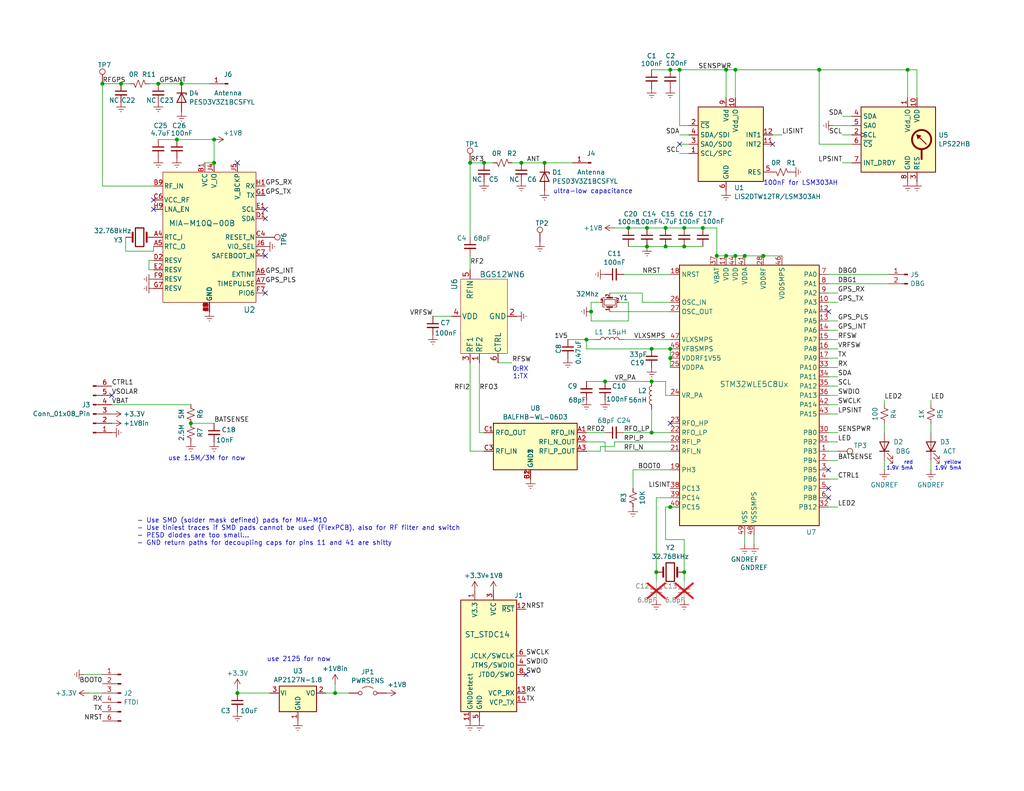
<source format=kicad_sch>
(kicad_sch (version 20231120) (generator "eeschema") (generator_version "8.0")
  (paper "USLetter")
  (title_block (title "RadioJay G1 - GPS Prototype tag") (date "2024-02-14") (company "Thorsten von Eicken") (comment 1 "1.8V power"))
  (junction (at 128.27 44.45))
  (junction (at 176.53 67.31))
  (junction (at 181.61 67.31))
  (junction (at 182.88 95.25))
  (junction (at 223.52 19.05))
  (junction (at 181.61 62.23))
  (junction (at 200.66 69.85))
  (junction (at 64.77 189.23))
  (junction (at 48.26 38.1))
  (junction (at 43.18 22.86))
  (junction (at 203.2 69.85))
  (junction (at 195.58 69.85))
  (junction (at 132.08 44.45))
  (junction (at 186.69 67.31))
  (junction (at 49.53 22.86))
  (junction (at 165.1 104.14))
  (junction (at 200.66 19.05))
  (junction (at 171.45 62.23))
  (junction (at 177.8 118.11))
  (junction (at 179.07 156.21))
  (junction (at 247.65 19.05))
  (junction (at 91.44 189.23))
  (junction (at 182.88 97.79))
  (junction (at 27.94 22.86))
  (junction (at 191.77 62.23))
  (junction (at 176.53 62.23))
  (junction (at 186.69 62.23))
  (junction (at 182.88 138.43))
  (junction (at 160.02 92.71))
  (junction (at 33.02 22.86))
  (junction (at 58.42 44.45))
  (junction (at 142.24 44.45))
  (junction (at 58.42 38.1))
  (junction (at 198.12 19.05))
  (junction (at 148.59 44.45))
  (junction (at 185.42 19.05))
  (junction (at 186.69 156.21))
  (junction (at 52.07 115.57))
  (junction (at 208.28 69.85))
  (junction (at 177.8 95.25))
  (junction (at 182.88 19.05))
  (junction (at 177.8 104.14))
  (junction (at 161.29 85.09))
  (junction (at 198.12 69.85))
  (no_connect (at 72.39 59.69))
  (no_connect (at 210.82 39.37))
  (no_connect (at 143.51 184.15))
  (no_connect (at 182.88 115.57))
  (no_connect (at 72.39 69.85))
  (no_connect (at 64.77 44.45))
  (no_connect (at 30.48 107.95))
  (no_connect (at 41.91 57.15))
  (no_connect (at 72.39 80.01))
  (no_connect (at 41.91 54.61))
  (no_connect (at 72.39 57.15))
  (no_connect (at 185.42 39.37))
  (no_connect (at 226.06 128.27))
  (no_connect (at 226.06 133.35))
  (no_connect (at 226.06 135.89))
  (no_connect (at 226.06 85.09))
  (wire (pts (xy 128.27 99.06) (xy 128.27 123.19)))
  (wire (pts (xy 167.64 120.65) (xy 182.88 120.65)))
  (wire (pts (xy 163.83 123.19) (xy 163.83 121.92)))
  (wire (pts (xy 22.86 184.15) (xy 27.94 184.15)))
  (wire (pts (xy 181.61 138.43) (xy 181.61 147.32)))
  (wire (pts (xy 226.06 138.43) (xy 228.6 138.43)))
  (wire (pts (xy 57.15 22.86) (xy 49.53 22.86)))
  (wire (pts (xy 34.29 68.58) (xy 41.91 68.58)))
  (wire (pts (xy 128.27 44.45) (xy 132.08 44.45)))
  (wire (pts (xy 43.18 22.86) (xy 40.64 22.86)))
  (wire (pts (xy 179.07 135.89) (xy 179.07 156.21)))
  (wire (pts (xy 195.58 69.85) (xy 198.12 69.85)))
  (wire (pts (xy 48.26 38.1) (xy 58.42 38.1)))
  (wire (pts (xy 27.94 22.86) (xy 33.02 22.86)))
  (wire (pts (xy 142.24 44.45) (xy 139.7 44.45)))
  (wire (pts (xy 34.29 64.77) (xy 34.29 68.58)))
  (wire (pts (xy 161.29 87.63) (xy 171.45 87.63)))
  (wire (pts (xy 213.36 36.83) (xy 210.82 36.83)))
  (wire (pts (xy 226.06 92.71) (xy 228.6 92.71)))
  (wire (pts (xy 228.6 120.65) (xy 226.06 120.65)))
  (wire (pts (xy 170.18 74.93) (xy 182.88 74.93)))
  (wire (pts (xy 247.65 19.05) (xy 250.19 19.05)))
  (wire (pts (xy 223.52 39.37) (xy 232.41 39.37)))
  (wire (pts (xy 175.26 80.01) (xy 166.37 80.01)))
  (wire (pts (xy 177.8 104.14) (xy 181.61 104.14)))
  (wire (pts (xy 128.27 123.19) (xy 132.08 123.19)))
  (wire (pts (xy 35.56 22.86) (xy 33.02 22.86)))
  (wire (pts (xy 254 110.49) (xy 254 109.22)))
  (wire (pts (xy 228.6 105.41) (xy 226.06 105.41)))
  (wire (pts (xy 160.02 92.71) (xy 162.56 92.71)))
  (wire (pts (xy 182.88 19.05) (xy 185.42 19.05)))
  (wire (pts (xy 49.53 22.86) (xy 43.18 22.86)))
  (wire (pts (xy 156.21 44.45) (xy 148.59 44.45)))
  (wire (pts (xy 198.12 19.05) (xy 198.12 26.67)))
  (wire (pts (xy 91.44 189.23) (xy 95.25 189.23)))
  (wire (pts (xy 134.62 44.45) (xy 132.08 44.45)))
  (wire (pts (xy 179.07 135.89) (xy 182.88 135.89)))
  (wire (pts (xy 55.88 44.45) (xy 58.42 44.45)))
  (wire (pts (xy 228.6 113.03) (xy 226.06 113.03)))
  (wire (pts (xy 179.07 156.21) (xy 179.07 158.75)))
  (wire (pts (xy 161.29 82.55) (xy 163.83 82.55)))
  (wire (pts (xy 186.69 147.32) (xy 186.69 156.21)))
  (wire (pts (xy 24.13 189.23) (xy 27.94 189.23)))
  (wire (pts (xy 226.06 90.17) (xy 228.6 90.17)))
  (wire (pts (xy 228.6 82.55) (xy 226.06 82.55)))
  (wire (pts (xy 228.6 123.19) (xy 226.06 123.19)))
  (wire (pts (xy 165.1 123.19) (xy 182.88 123.19)))
  (wire (pts (xy 135.89 99.06) (xy 139.7 99.06)))
  (wire (pts (xy 128.27 69.85) (xy 128.27 73.66)))
  (wire (pts (xy 177.8 118.11) (xy 182.88 118.11)))
  (wire (pts (xy 195.58 62.23) (xy 195.58 69.85)))
  (wire (pts (xy 41.91 50.8) (xy 27.94 50.8)))
  (wire (pts (xy 185.42 39.37) (xy 187.96 39.37)))
  (wire (pts (xy 181.61 107.95) (xy 182.88 107.95)))
  (wire (pts (xy 203.2 146.05) (xy 203.2 148.59)))
  (wire (pts (xy 228.6 102.87) (xy 226.06 102.87)))
  (wire (pts (xy 167.64 121.92) (xy 167.64 120.65)))
  (wire (pts (xy 228.6 107.95) (xy 226.06 107.95)))
  (wire (pts (xy 176.53 67.31) (xy 181.61 67.31)))
  (wire (pts (xy 182.88 138.43) (xy 181.61 138.43)))
  (wire (pts (xy 228.6 125.73) (xy 226.06 125.73)))
  (wire (pts (xy 185.42 19.05) (xy 185.42 34.29)))
  (wire (pts (xy 228.6 80.01) (xy 226.06 80.01)))
  (wire (pts (xy 226.06 87.63) (xy 228.6 87.63)))
  (wire (pts (xy 228.6 95.25) (xy 226.06 95.25)))
  (wire (pts (xy 205.74 146.05) (xy 205.74 148.59)))
  (wire (pts (xy 128.27 64.77) (xy 128.27 44.45)))
  (wire (pts (xy 228.6 118.11) (xy 226.06 118.11)))
  (wire (pts (xy 177.8 111.76) (xy 177.8 118.11)))
  (wire (pts (xy 200.66 26.67) (xy 200.66 19.05)))
  (wire (pts (xy 198.12 69.85) (xy 200.66 69.85)))
  (wire (pts (xy 226.06 74.93) (xy 242.57 74.93)))
  (wire (pts (xy 181.61 104.14) (xy 181.61 107.95)))
  (wire (pts (xy 148.59 44.45) (xy 142.24 44.45)))
  (wire (pts (xy 229.87 36.83) (xy 232.41 36.83)))
  (wire (pts (xy 165.1 104.14) (xy 177.8 104.14)))
  (wire (pts (xy 161.29 85.09) (xy 161.29 87.63)))
  (wire (pts (xy 229.87 31.75) (xy 232.41 31.75)))
  (wire (pts (xy 185.42 138.43) (xy 182.88 138.43)))
  (wire (pts (xy 166.37 85.09) (xy 182.88 85.09)))
  (wire (pts (xy 160.02 95.25) (xy 177.8 95.25)))
  (wire (pts (xy 43.18 38.1) (xy 48.26 38.1)))
  (wire (pts (xy 226.06 100.33) (xy 228.6 100.33)))
  (wire (pts (xy 223.52 39.37) (xy 223.52 19.05)))
  (wire (pts (xy 241.3 115.57) (xy 241.3 118.11)))
  (wire (pts (xy 171.45 67.31) (xy 176.53 67.31)))
  (wire (pts (xy 52.07 115.57) (xy 58.42 115.57)))
  (wire (pts (xy 182.88 97.79) (xy 182.88 100.33)))
  (wire (pts (xy 40.64 71.12) (xy 40.64 73.66)))
  (wire (pts (xy 177.8 95.25) (xy 182.88 95.25)))
  (wire (pts (xy 165.1 120.65) (xy 165.1 123.19)))
  (wire (pts (xy 186.69 62.23) (xy 191.77 62.23)))
  (wire (pts (xy 247.65 19.05) (xy 223.52 19.05)))
  (wire (pts (xy 27.94 50.8) (xy 27.94 22.86)))
  (wire (pts (xy 160.02 92.71) (xy 160.02 95.25)))
  (wire (pts (xy 172.72 128.27) (xy 182.88 128.27)))
  (wire (pts (xy 170.18 118.11) (xy 177.8 118.11)))
  (wire (pts (xy 228.6 110.49) (xy 226.06 110.49)))
  (wire (pts (xy 160.02 120.65) (xy 165.1 120.65)))
  (wire (pts (xy 182.88 95.25) (xy 182.88 97.79)))
  (wire (pts (xy 241.3 109.22) (xy 241.3 110.49)))
  (wire (pts (xy 177.8 19.05) (xy 182.88 19.05)))
  (wire (pts (xy 228.6 97.79) (xy 226.06 97.79)))
  (wire (pts (xy 64.77 189.23) (xy 73.66 189.23)))
  (wire (pts (xy 176.53 62.23) (xy 181.61 62.23)))
  (wire (pts (xy 200.66 69.85) (xy 203.2 69.85)))
  (wire (pts (xy 254 115.57) (xy 254 118.11)))
  (wire (pts (xy 154.94 92.71) (xy 160.02 92.71)))
  (wire (pts (xy 186.69 67.31) (xy 191.77 67.31)))
  (wire (pts (xy 160.02 104.14) (xy 165.1 104.14)))
  (wire (pts (xy 181.61 67.31) (xy 186.69 67.31)))
  (wire (pts (xy 172.72 128.27) (xy 172.72 133.35)))
  (wire (pts (xy 165.1 118.11) (xy 160.02 118.11)))
  (wire (pts (xy 185.42 34.29) (xy 187.96 34.29)))
  (wire (pts (xy 185.42 19.05) (xy 198.12 19.05)))
  (wire (pts (xy 118.11 86.36) (xy 123.19 86.36)))
  (wire (pts (xy 191.77 62.23) (xy 195.58 62.23)))
  (wire (pts (xy 228.6 130.81) (xy 226.06 130.81)))
  (wire (pts (xy 163.83 121.92) (xy 167.64 121.92)))
  (wire (pts (xy 175.26 82.55) (xy 175.26 80.01)))
  (wire (pts (xy 182.88 82.55) (xy 175.26 82.55)))
  (wire (pts (xy 181.61 147.32) (xy 186.69 147.32)))
  (wire (pts (xy 250.19 26.67) (xy 250.19 19.05)))
  (wire (pts (xy 161.29 82.55) (xy 161.29 85.09)))
  (wire (pts (xy 130.81 99.06) (xy 130.81 118.11)))
  (wire (pts (xy 200.66 19.05) (xy 198.12 19.05)))
  (wire (pts (xy 168.91 82.55) (xy 171.45 82.55)))
  (wire (pts (xy 241.3 125.73) (xy 241.3 128.27)))
  (wire (pts (xy 88.9 189.23) (xy 91.44 189.23)))
  (wire (pts (xy 41.91 68.58) (xy 41.91 67.31)))
  (wire (pts (xy 226.06 77.47) (xy 242.57 77.47)))
  (wire (pts (xy 30.48 110.49) (xy 52.07 110.49)))
  (wire (pts (xy 203.2 69.85) (xy 208.28 69.85)))
  (wire (pts (xy 223.52 19.05) (xy 200.66 19.05)))
  (wire (pts (xy 160.02 123.19) (xy 163.83 123.19)))
  (wire (pts (xy 171.45 82.55) (xy 171.45 87.63)))
  (wire (pts (xy 58.42 38.1) (xy 58.42 44.45)))
  (wire (pts (xy 247.65 26.67) (xy 247.65 19.05)))
  (wire (pts (xy 130.81 118.11) (xy 132.08 118.11)))
  (wire (pts (xy 186.69 156.21) (xy 186.69 158.75)))
  (wire (pts (xy 227.33 34.29) (xy 232.41 34.29)))
  (wire (pts (xy 171.45 62.23) (xy 176.53 62.23)))
  (wire (pts (xy 229.87 44.45) (xy 232.41 44.45)))
  (wire (pts (xy 185.42 36.83) (xy 187.96 36.83)))
  (wire (pts (xy 185.42 41.91) (xy 187.96 41.91)))
  (wire (pts (xy 181.61 62.23) (xy 186.69 62.23)))
  (wire (pts (xy 40.64 73.66) (xy 41.91 73.66)))
  (wire (pts (xy 208.28 69.85) (xy 213.36 69.85)))
  (wire (pts (xy 167.64 62.23) (xy 171.45 62.23)))
  (wire (pts (xy 64.77 187.96) (xy 64.77 189.23)))
  (wire (pts (xy 182.88 92.71) (xy 170.18 92.71)))
  (wire (pts (xy 254 125.73) (xy 254 128.27)))
  (wire (pts (xy 91.44 186.69) (xy 91.44 189.23)))
  (wire (pts (xy 41.91 71.12) (xy 40.64 71.12)))
  (text "- Use SMD (solder mask defined) pads for MIA-M10\n- Use tiniest traces if SMD pads cannot be used (FlexPCB), also for RF filter and switch\n- PESD diodes are too small...\n- GND return paths for decoupling caps for pins 11 and 41 are shitty" (at 37.338 141.478 0) (effects (font (size 1.27 1.27)) (justify left top)))
  (text "use 2125 for now" (at 81.534 180.086 0) (effects (font (size 1.27 1.27))))
  (text "use 1.5M/3M for now" (at 56.388 125.222 0) (effects (font (size 1.27 1.27))))
  (text "red\n1.9V 5mA" (at 249.174 128.524 0) (effects (font (size 1 1)) (justify right bottom)))
  (text "yellow\n1.9V 5mA" (at 262.382 128.524 0) (effects (font (size 1 1)) (justify right bottom)))
  (text "ultra-low capacitance" (at 161.798 52.324 0) (effects (font (size 1.27 1.27))))
  (text "0:RX\n1:TX" (at 141.986 101.854 0) (effects (font (size 1.27 1.27))))
  (text "100nF for LSM303AH" (at 208.28 50.8 0) (effects (font (size 1.27 1.27)) (justify left bottom)))
  (label "LED2" (at 228.6 138.43 0))
  (label "SENSPWR" (at 190.5 19.05 0))
  (label "VRFSW" (at 228.6 95.25 0))
  (label "NRST" (at 175.26 74.93 0))
  (label "BATSENSE" (at 228.6 125.73 0))
  (label "RFSW" (at 228.6 92.71 0))
  (label "LED" (at 254 109.22 0))
  (label "SWCLK" (at 143.51 179.07 0))
  (label "SDA" (at 229.87 31.75 180))
  (label "BOOT0" (at 27.94 186.69 180))
  (label "TX" (at 27.94 194.31 180))
  (label "RFO_LP" (at 170.18 118.11 0))
  (label "RFO3" (at 130.81 106.68 0))
  (label "SWDIO" (at 143.51 181.61 0))
  (label "ANT" (at 147.32 44.45 180))
  (label "NRST" (at 143.51 166.37 0))
  (label "LED2" (at 241.3 109.22 0))
  (label "CTRL1" (at 228.6 130.81 0))
  (label "LPSINT" (at 229.87 44.45 180))
  (label "GPS_RX" (at 228.6 80.01 0))
  (label "GPS_INT" (at 228.6 90.17 0))
  (label "RF2" (at 128.27 72.39 0))
  (label "GPS_RX" (at 72.39 50.8 0))
  (label "SCL" (at 185.42 41.91 180))
  (label "RX" (at 143.51 189.23 0))
  (label "GPS_INT" (at 72.39 74.93 0))
  (label "VSOLAR" (at 30.48 107.95 0))
  (label "LED" (at 228.6 120.65 0))
  (label "GPS_PLS" (at 228.6 87.63 0))
  (label "SWDIO" (at 228.6 107.95 0))
  (label "RX" (at 228.6 100.33 0))
  (label "LISINT" (at 182.88 133.35 180))
  (label "SDA" (at 228.6 102.87 0))
  (label "LPSINT" (at 228.6 113.03 0))
  (label "RF3" (at 132.08 44.45 180))
  (label "VR_PA" (at 167.64 104.14 0))
  (label "1V5" (at 154.94 92.71 180))
  (label "RFSW" (at 139.7 99.06 0))
  (label "LISINT" (at 213.36 36.83 0))
  (label "SCL" (at 228.6 105.41 0))
  (label "NRST" (at 27.94 196.85 180))
  (label "VRFSW" (at 118.11 86.36 180))
  (label "RFO2" (at 160.02 118.11 0))
  (label "RX" (at 27.94 191.77 180))
  (label "GPS_TX" (at 228.6 82.55 0))
  (label "SENSPWR" (at 228.6 118.11 0))
  (label "DBG1" (at 228.6 77.47 0))
  (label "RFI2" (at 128.27 106.68 180))
  (label "DBG0" (at 228.6 74.93 0))
  (label "VLXSMPS" (at 181.61 92.71 180))
  (label "SDA" (at 185.42 36.83 180))
  (label "GPS_PLS" (at 72.39 77.47 0))
  (label "CTRL1" (at 30.48 105.41 0))
  (label "TX" (at 143.51 191.77 0))
  (label "VBAT" (at 30.48 110.49 0))
  (label "BOOT0" (at 180.34 128.27 180))
  (label "BATSENSE" (at 58.42 115.57 0))
  (label "SCL" (at 229.87 36.83 180))
  (label "RPI_P" (at 170.18 120.65 0))
  (label "GPSANT" (at 50.8 22.86 180))
  (label "GPS_TX" (at 72.39 53.34 0))
  (label "SWCLK" (at 228.6 110.49 0))
  (label "TX" (at 228.6 97.79 0))
  (label "RFGPS" (at 34.29 22.86 180))
  (label "RFI_N" (at 170.18 123.19 0))
  (label "SWO" (at 143.51 184.15 0))
  (symbol (lib_id "power:+3.3V") (at 24.13 189.23 90) (unit 1)
    (property "Reference" "#PWR015" (effects (hide yes)))
    (property "Value" "+3.3V" (at 20.955 189.23 90) (effects (justify left)))
    (property "Description" "Power symbol creates a global label with name \"+3.3V\"" (effects (hide yes)))
  )
  (symbol (lib_id "power:+3.3V") (at 129.54 161.29 0) (unit 1)
    (property "Reference" "#PWR04" (effects (hide yes)))
    (property "Value" "+3.3V" (at 129.54 157.1569 0))
    (property "Description" "Power symbol creates a global label with name \"+3.3V\"" (effects (hide yes)))
  )
  (symbol (lib_id "Device:C_Small") (at 165.1 106.68 180) (unit 1)
    (property "Reference" "C10" (at 168.91 105.41 0))
    (property "Value" "100nF" (at 168.402 108.966 0))
    (property "Footprint" "Capacitor_SMD:C_0402_1005Metric" (effects (hide yes)))
  )
  (symbol (lib_id "power:GNDREF") (at 130.81 196.85 0) (unit 1)
    (property "Reference" "#PWR05" (effects (hide yes)))
    (property "Value" "GNDREF" (effects (hide yes)))
  )
  (symbol (lib_id "power:GNDREF") (at 186.69 163.83 0) (unit 1)
    (property "Reference" "#PWR030" (effects (hide yes)))
    (property "Value" "GNDREF" (effects (hide yes)))
  )
  (symbol (lib_id "power:+1V8") (at 58.42 38.1 270) (unit 1)
    (property "Reference" "#PWR063" (effects (hide yes)))
    (property "Value" "+1V8" (at 63.5 36.322 90))
    (property "Description" "Power symbol creates a global label with name \"+1V8\"" (effects (hide yes)))
  )
  (symbol (lib_id "Device:R_Small_US") (at 213.36 46.99 270) (mirror x) (unit 1)
    (property "Reference" "R1" (at 215.9 44.45 90))
    (property "Value" "0R" (at 211.7212 44.4392 90))
    (property "Footprint" "Resistor_SMD:R_0402_1005Metric" (effects (hide yes)))
  )
  (symbol (lib_id "Connector:TestPoint") (at 147.32 66.04 0) (unit 1)
    (property "Reference" "TP2" (at 146.05 60.96 0) (effects (justify left)))
    (property "Value" "TestPoint" (effects (hide yes)))
    (property "Footprint" "TestPoint:TestPoint_Pad_D1.0mm" (effects (hide yes)))
  )
  (symbol (lib_id "Device:C_Small") (at 118.11 88.9 0) (unit 1)
    (property "Reference" "C7" (at 120.142 88.138 0) (effects (justify left)))
    (property "Value" "100nF" (at 118.618 90.932 0) (effects (justify left)))
    (property "Footprint" "Capacitor_SMD:C_0402_1005Metric" (effects (hide yes)))
  )
  (symbol (lib_id "power:GNDREF") (at 172.72 138.43 0) (unit 1)
    (property "Reference" "#PWR028" (effects (hide yes)))
    (property "Value" "GNDREF" (effects (hide yes)))
  )
  (symbol (lib_id "power:GNDREF") (at 165.1 109.22 0) (unit 1)
    (property "Reference" "#PWR027" (effects (hide yes)))
    (property "Value" "GNDREF" (effects (hide yes)))
  )
  (symbol (lib_id "Mostag:MIA-M10Q-00B") (at 57.15 72.39 0) (mirror y) (unit 1)
    (property "Reference" "U2" (at 68.072 84.582 0) (effects (font (size 1.524 1.524))))
    (property "Value" "MIA-M10Q-00B" (at 55.118 60.96 0) (effects (font (size 1.5 1.5))))
    (property "Footprint" "Mostag:LGA_M10Q-00B_UBL" (effects (hide yes)))
    (property "Datasheet" "MIA-M10Q-00B" (effects (hide yes)))
    (property "Description" "U-Blox GPS Module with LNA and DCDC" (effects (hide yes)))
  )
  (symbol (lib_id "Device:C_Small") (at 186.69 161.29 180) (unit 1) (dnp yes)
    (property "Reference" "C13" (at 182.88 160.02 0))
    (property "Value" "6.8pF" (at 184.15 163.83 0))
    (property "Footprint" "Capacitor_SMD:C_0402_1005Metric" (effects (hide yes)))
  )
  (symbol (lib_id "Connector:TestPoint") (at 27.94 22.86 0) (unit 1)
    (property "Reference" "TP7" (at 26.67 17.78 0) (effects (justify left)))
    (property "Value" "TestPoint" (effects (hide yes)))
    (property "Footprint" "TestPoint:TestPoint_Pad_D1.0mm" (effects (hide yes)))
  )
  (symbol (lib_id "power:GNDREF") (at 144.78 130.81 0) (unit 1)
    (property "Reference" "#PWR046" (effects (hide yes)))
    (property "Value" "GNDREF" (effects (hide yes)))
  )
  (symbol (lib_id "Device:Crystal") (at 38.1 64.77 0) (unit 1)
    (property "Reference" "Y3" (at 32.258 65.532 0))
    (property "Value" "32.768kHz" (at 30.734 62.992 0))
    (property "Footprint" "Crystal:Crystal_SMD_2012-2Pin_2.0x1.2mm" (effects (hide yes)))
    (property "Description" "Two pin crystal" (effects (hide yes)))
  )
  (symbol (lib_id "power:GNDREF") (at 179.07 163.83 0) (unit 1)
    (property "Reference" "#PWR029" (effects (hide yes)))
    (property "Value" "GNDREF" (effects (hide yes)))
  )
  (symbol (lib_id "Device:C_Small") (at 48.26 40.64 0) (unit 1)
    (property "Reference" "C26" (at 46.9325 34.302 0) (effects (justify left)))
    (property "Value" "100nF" (at 46.5519 36.3604 0) (effects (justify left)))
    (property "Footprint" "Capacitor_SMD:C_0402_1005Metric" (effects (hide yes)))
  )
  (symbol (lib_id "Device:R_Small_US") (at 254 113.03 0) (unit 1)
    (property "Reference" "R5" (at 256.54 113.03 90))
    (property "Value" "1K" (at 251.46 113.03 90))
    (property "Footprint" "Resistor_SMD:R_0402_1005Metric" (effects (hide yes)))
  )
  (symbol (lib_id "power:GNDREF") (at 132.08 49.53 0) (mirror y) (unit 1)
    (property "Reference" "#PWR017" (effects (hide yes)))
    (property "Value" "GNDREF" (effects (hide yes)))
  )
  (symbol (lib_id "power:+1V8") (at 105.41 189.23 270) (unit 1)
    (property "Reference" "#PWR038" (effects (hide yes)))
    (property "Value" "+1V8" (at 105.664 186.944 90) (effects (justify left)))
    (property "Description" "Power symbol creates a global label with name \"+1V8\"" (effects (hide yes)))
  )
  (symbol (lib_id "power:GNDREF") (at 205.74 148.59 0) (unit 1)
    (property "Reference" "#PWR033" (effects (hide yes)))
    (property "Value" "GNDREF" (at 205.74 154.94 0))
  )
  (symbol (lib_id "power:GNDREF") (at 254 128.27 0) (unit 1)
    (property "Reference" "#PWR035" (effects (hide yes)))
    (property "Value" "GNDREF" (at 254 132.4031 0))
  )
  (symbol (lib_id "power:GNDREF") (at 81.28 196.85 0) (unit 1)
    (property "Reference" "#PWR011" (effects (hide yes)))
    (property "Value" "GNDREF" (effects (hide yes)))
  )
  (symbol (lib_id "power:GNDREF") (at 41.91 78.74 270) (mirror x) (unit 1)
    (property "Reference" "#PWR019" (effects (hide yes)))
    (property "Value" "GNDREF" (effects (hide yes)))
  )
  (symbol (lib_id "Sensor_Pressure:LPS22HB") (at 245.11 39.37 0) (mirror y) (unit 1)
    (property "Reference" "U5" (at 256.032 36.8878 0) (effects (justify right)))
    (property "Value" "LPS22HB" (at 256.032 39.3121 0) (effects (justify right)))
    (property "Footprint" "Mostag:HLGA-10L_2X2X0P73_STM" (effects (hide yes)))
    (property "Datasheet" "https://www.st.com/resource/en/datasheet/lps22hb.pdf" (effects (hide yes)))
  )
  (symbol (lib_id "power:GNDREF") (at 128.27 196.85 0) (unit 1)
    (property "Reference" "#PWR03" (effects (hide yes)))
    (property "Value" "GNDREF" (effects (hide yes)))
  )
  (symbol (lib_id "Device:C_Small") (at 171.45 64.77 0) (unit 1)
    (property "Reference" "C20" (at 170.1225 58.432 0) (effects (justify left)))
    (property "Value" "100nF" (at 168.4563 60.5578 0) (effects (justify left)))
    (property "Footprint" "Capacitor_SMD:C_0402_1005Metric" (effects (hide yes)))
  )
  (symbol (lib_id "Connector:TestPoint") (at 228.6 123.19 270) (unit 1)
    (property "Reference" "TP3" (at 232.918 121.666 90) (effects (justify left)))
    (property "Value" "TestPoint" (effects (hide yes)))
    (property "Footprint" "Mostag:TestPoint_Pad_1.0x0.5mm" (effects (hide yes)))
  )
  (symbol (lib_id "Device:C_Small") (at 33.02 25.4 0) (mirror y) (unit 1)
    (property "Reference" "C22" (at 36.9814 27.3729 0) (effects (justify left)))
    (property "Value" "NC" (at 32.5219 27.3729 0) (effects (justify left)))
    (property "Footprint" "Capacitor_SMD:C_0402_1005Metric" (effects (hide yes)))
  )
  (symbol (lib_id "Device:C_Small") (at 182.88 21.59 0) (unit 1)
    (property "Reference" "C2" (at 181.5525 15.252 0) (effects (justify left)))
    (property "Value" "100nF" (at 181.61 17.272 0) (effects (justify left)))
    (property "Footprint" "Capacitor_SMD:C_0402_1005Metric" (effects (hide yes)))
  )
  (symbol (lib_id "Mostag:BALFHB-WL-06D3") (at 144.78 120.65 0) (mirror y) (unit 1)
    (property "Reference" "U8" (at 146.05 111.4255 0))
    (property "Value" "BALFHB-WL-06D3" (at 146.05 113.8498 0))
    (property "Footprint" "Mostag:BALFHBWL06D3" (effects (hide yes)))
    (property "Datasheet" "https://www.st.com/resource/en/datasheet/balfhb-wl-06d3.pdf" (effects (hide yes)))
    (property "Description" "balun to QFN-2L STM32WL in low power mode, 862-928 MHz" (effects (hide yes)))
    (property "Height" "0.68" (effects (hide yes)))
    (property "Mouser Part Number" "511-BALFHB-WL-06D3" (effects (hide yes)))
    (property "Mouser Price/Stock" "https://www.mouser.co.uk/ProductDetail/STMicroelectronics/BALFHB-WL-06D3?qs=T%252BzbugeAwjhP81DcbYyogA%3D%3D" (effects (hide yes)))
    (property "Manufacturer_Name" "STMicroelectronics" (effects (hide yes)))
    (property "Manufacturer_Part_Number" "BALFHB-WL-06D3" (effects (hide yes)))
  )
  (symbol (lib_id "Regulator_Linear:AP2127N-2.5") (at 81.28 189.23 0) (unit 1)
    (property "Reference" "U3" (at 81.28 183.1805 0))
    (property "Value" "AP2127N-1.8" (at 81.28 185.6048 0))
    (property "Footprint" "Package_TO_SOT_SMD:SOT-23" (effects (hide yes)))
    (property "Datasheet" "https://www.diodes.com/assets/Datasheets/AP2127.pdf" (effects (hide yes)))
    (property "Description" "300mA low dropout linear regulator, shutdown pin, 2.5V-6V input voltage, 2.5V fixed positive output, SOT-23 package" (effects (hide yes)))
  )
  (symbol (lib_id "Device:LED") (at 241.3 121.92 90) (unit 1)
    (property "Reference" "D2" (at 245.11 120.65 90))
    (property "Value" "DBG" (at 246.38 123.19 90))
    (property "Footprint" "LED_SMD:LED_0402_1005Metric" (effects (hide yes)))
  )
  (symbol (lib_id "Device:C_Small") (at 186.69 64.77 0) (unit 1)
    (property "Reference" "C16" (at 185.3625 58.432 0) (effects (justify left)))
    (property "Value" "100nF" (at 184.9819 60.4904 0) (effects (justify left)))
    (property "Footprint" "Capacitor_SMD:C_0402_1005Metric" (effects (hide yes)))
  )
  (symbol (lib_id "power:+1V8") (at 167.64 62.23 90) (unit 1)
    (property "Reference" "#PWR037" (effects (hide yes)))
    (property "Value" "+1V8" (at 164.465 62.23 90) (effects (justify left)))
    (property "Description" "Power symbol creates a global label with name \"+1V8\"" (effects (hide yes)))
  )
  (symbol (lib_id "power:GNDREF") (at 41.91 76.2 270) (mirror x) (unit 1)
    (property "Reference" "#PWR016" (effects (hide yes)))
    (property "Value" "GNDREF" (effects (hide yes)))
  )
  (symbol (lib_id "Device:C_Small") (at 43.18 40.64 0) (unit 1)
    (property "Reference" "C25" (at 41.8525 34.302 0) (effects (justify left)))
    (property "Value" "4.7uF" (at 41.0458 36.3604 0) (effects (justify left)))
    (property "Footprint" "Capacitor_SMD:C_0402_1005Metric" (effects (hide yes)))
  )
  (symbol (lib_id "power:+1V8") (at 30.48 115.57 270) (unit 1)
    (property "Reference" "#PWR041" (effects (hide yes)))
    (property "Value" "+1V8in" (at 33.655 115.57 90) (effects (justify left)))
    (property "Description" "Power symbol creates a global label with name \"+1V8\"" (effects (hide yes)))
  )
  (symbol (lib_id "Diode:ESD5Zxx") (at 49.53 26.67 270) (unit 1)
    (property "Reference" "D4" (at 51.562 25.4578 90) (effects (justify left)))
    (property "Value" "PESD3V3Z1BCSFYL" (at 51.562 27.8821 90) (effects (justify left)))
    (property "Footprint" "Diode_SMD:Nexperia_DSN0603-2_0.6x0.3mm_P0.4mm" (effects (hide yes)))
    (property "Datasheet" "https://www.onsemi.com/pdf/datasheet/esd5z2.5t1-d.pdf" (effects (hide yes)))
    (property "Description" "ESD Protection Diode, SOD-523" (effects (hide yes)))
  )
  (symbol (lib_id "Device:C_Small") (at 154.94 95.25 0) (unit 1)
    (property "Reference" "C8" (at 152.4 95.25 90))
    (property "Value" "0.47uF" (at 157.8152 96.1865 90))
    (property "Footprint" "Capacitor_SMD:C_0402_1005Metric" (effects (hide yes)))
  )
  (symbol (lib_id "power:GNDREF") (at 176.53 67.31 0) (unit 1)
    (property "Reference" "#PWR031" (effects (hide yes)))
    (property "Value" "GNDREF" (effects (hide yes)))
  )
  (symbol (lib_id "power:GNDREF") (at 241.3 128.27 0) (unit 1)
    (property "Reference" "#PWR034" (effects (hide yes)))
    (property "Value" "GNDREF" (at 241.3 132.4031 0))
  )
  (symbol (lib_id "Device:L") (at 177.8 107.95 180) (unit 1)
    (property "Reference" "L2" (at 175.26 106.68 0))
    (property "Value" "56nH" (at 173.99 109.22 0))
    (property "Footprint" "Inductor_SMD:L_0402_1005Metric" (effects (hide yes)))
    (property "Part" "LQW15AN56NG00" (effects (hide yes)))
  )
  (symbol (lib_id "power:GNDREF") (at 148.59 52.07 0) (mirror y) (unit 1)
    (property "Reference" "#PWR067" (effects (hide yes)))
    (property "Value" "GNDREF" (effects (hide yes)))
  )
  (symbol (lib_id "power:GNDREF") (at 118.11 91.44 0) (mirror y) (unit 1)
    (property "Reference" "#PWR021" (effects (hide yes)))
    (property "Value" "GNDREF" (effects (hide yes)))
  )
  (symbol (lib_id "power:GNDREF") (at 57.15 85.09 0) (unit 1)
    (property "Reference" "#PWR061" (effects (hide yes)))
    (property "Value" "GNDREF" (effects (hide yes)))
  )
  (symbol (lib_id "Connector:Conn_01x01_Pin") (at 62.23 22.86 0) (mirror y) (unit 1)
    (property "Reference" "J6" (at 62.23 20.32 0))
    (property "Value" "Antenna" (at 62.23 25.4 0))
    (property "Footprint" "Mostag:ANT_PAD_2sided_3x2mm" (effects (hide yes)))
  )
  (symbol (lib_id "power:GNDREF") (at 43.18 43.18 0) (mirror y) (unit 1)
    (property "Reference" "#PWR068" (effects (hide yes)))
    (property "Value" "GNDREF" (effects (hide yes)))
  )
  (symbol (lib_id "power:GNDREF") (at 215.9 46.99 90) (unit 1)
    (property "Reference" "#PWR07" (effects (hide yes)))
    (property "Value" "GNDREF" (effects (hide yes)))
  )
  (symbol (lib_id "Device:C_Small") (at 177.8 21.59 0) (unit 1)
    (property "Reference" "C1" (at 176.4725 15.252 0) (effects (justify left)))
    (property "Value" "100nF" (at 174.8063 17.3778 0) (effects (justify left)))
    (property "Footprint" "Capacitor_SMD:C_0402_1005Metric" (effects (hide yes)))
  )
  (symbol (lib_id "power:GNDREF") (at 198.12 52.07 0) (unit 1)
    (property "Reference" "#PWR06" (effects (hide yes)))
    (property "Value" "GNDREF" (effects (hide yes)))
  )
  (symbol (lib_id "Device:C_Small") (at 181.61 64.77 0) (unit 1)
    (property "Reference" "C15" (at 180.2825 58.432 0) (effects (justify left)))
    (property "Value" "4.7uF" (at 179.4758 60.4904 0) (effects (justify left)))
    (property "Footprint" "Capacitor_SMD:C_0402_1005Metric" (effects (hide yes)))
  )
  (symbol (lib_id "Device:LED") (at 254 121.92 90) (unit 1)
    (property "Reference" "D3" (at 257.81 120.65 90))
    (property "Value" "ACT" (at 259.08 123.19 90))
    (property "Footprint" "LED_SMD:LED_0402_1005Metric" (effects (hide yes)))
  )
  (symbol (lib_id "Device:C_Small") (at 167.64 118.11 90) (unit 1)
    (property "Reference" "C24" (at 170.18 114.808 90))
    (property "Value" "68pF" (at 165.399 114.8245 90))
    (property "Footprint" "Capacitor_SMD:C_0402_1005Metric" (effects (hide yes)))
  )
  (symbol (lib_id "power:GNDREF") (at 177.8 24.13 0) (unit 1)
    (property "Reference" "#PWR01" (effects (hide yes)))
    (property "Value" "GNDREF" (effects (hide yes)))
  )
  (symbol (lib_id "power:GNDREF") (at 43.18 27.94 0) (mirror y) (unit 1)
    (property "Reference" "#PWR065" (effects (hide yes)))
    (property "Value" "GNDREF" (effects (hide yes)))
  )
  (symbol (lib_id "power:GNDREF") (at 58.42 120.65 0) (mirror y) (unit 1)
    (property "Reference" "#PWR045" (effects (hide yes)))
    (property "Value" "GNDREF" (effects (hide yes)))
  )
  (symbol (lib_id "Device:Crystal_GND24_Small") (at 166.37 82.55 90) (unit 1)
    (property "Reference" "Y1" (at 170.18 81.28 90))
    (property "Value" "32Mhz" (at 160.274 80.264 90))
    (property "Footprint" "Crystal:Crystal_SMD_2016-4Pin_2.0x1.6mm" (effects (hide yes)))
    (property "Part" "NX2016SA-32Mhz (CS06465-32M)" (effects (hide yes)))
  )
  (symbol (lib_id "Device:R_Small_US") (at 137.16 44.45 270) (mirror x) (unit 1)
    (property "Reference" "R2" (at 139.7 41.91 90))
    (property "Value" "0R" (at 135.5212 41.8992 90))
    (property "Footprint" "Resistor_SMD:R_0402_1005Metric" (effects (hide yes)))
  )
  (symbol (lib_id "tve:BGS12SN6") (at 130.81 86.36 90) (unit 1)
    (property "Reference" "U6" (at 123.952 75.946 0) (effects (font (size 1.524 1.524)) (justify right)))
    (property "Value" "BGS12WN6" (at 130.81 74.93 90) (effects (font (size 1.524 1.524)) (justify right)))
    (property "Footprint" "Mostag:PG-TSNP-6-10_INF" (effects (hide yes)))
  )
  (symbol (lib_id "power:GNDREF") (at 64.77 194.31 0) (unit 1)
    (property "Reference" "#PWR09" (effects (hide yes)))
    (property "Value" "GNDREF" (effects (hide yes)))
  )
  (symbol (lib_id "Connector:TestPoint") (at 72.39 64.77 270) (unit 1)
    (property "Reference" "TP6" (at 77.47 63.5 0) (effects (justify left)))
    (property "Value" "TestPoint" (effects (hide yes)))
    (property "Footprint" "TestPoint:TestPoint_Pad_D1.0mm" (effects (hide yes)))
  )
  (symbol (lib_id "Connector:TestPoint") (at 128.27 44.45 0) (unit 1)
    (property "Reference" "TP1" (at 127 39.37 0) (effects (justify left)))
    (property "Value" "TestPoint" (effects (hide yes)))
    (property "Footprint" "TestPoint:TestPoint_Pad_D1.0mm" (effects (hide yes)))
  )
  (symbol (lib_id "power:GNDREF") (at 160.02 109.22 0) (unit 1)
    (property "Reference" "#PWR024" (effects (hide yes)))
    (property "Value" "GNDREF" (effects (hide yes)))
  )
  (symbol (lib_id "Connector:Conn_01x02_Pin") (at 247.65 74.93 0) (mirror y) (unit 1)
    (property "Reference" "J5" (at 248.3612 74.9878 0) (effects (justify right)))
    (property "Value" "DBG" (at 248.3612 77.4121 0) (effects (justify right)))
    (property "Footprint" "Connector_PinHeader_2.54mm:PinHeader_1x02_P2.54mm_Vertical" (effects (hide yes)))
    (property "Description" "Generic connector, single row, 01x02, script generated" (effects (hide yes)))
  )
  (symbol (lib_id "power:GNDREF") (at 22.86 184.15 270) (unit 1)
    (property "Reference" "#PWR014" (effects (hide yes)))
    (property "Value" "GNDREF" (effects (hide yes)))
  )
  (symbol (lib_id "Device:Crystal") (at 182.88 156.21 0) (unit 1)
    (property "Reference" "Y2" (at 182.88 149.5001 0))
    (property "Value" "32.768kHz" (at 182.88 151.9244 0))
    (property "Footprint" "Crystal:Crystal_SMD_2012-2Pin_2.0x1.2mm" (effects (hide yes)))
    (property "Description" "Two pin crystal" (effects (hide yes)))
  )
  (symbol (lib_id "power:GNDREF") (at 49.53 30.48 0) (mirror y) (unit 1)
    (property "Reference" "#PWR066" (effects (hide yes)))
    (property "Value" "GNDREF" (effects (hide yes)))
  )
  (symbol (lib_id "Device:C_Small") (at 128.27 67.31 0) (unit 1)
    (property "Reference" "C4" (at 125.984 65.024 0))
    (property "Value" "68pF" (at 131.5555 65.069 0))
    (property "Footprint" "Capacitor_SMD:C_0402_1005Metric" (effects (hide yes)))
  )
  (symbol (lib_id "power:GNDREF") (at 250.19 49.53 0) (unit 1)
    (property "Reference" "#PWR013" (effects (hide yes)))
    (property "Value" "GNDREF" (effects (hide yes)))
  )
  (symbol (lib_id "Device:R_Small_US") (at 38.1 22.86 270) (mirror x) (unit 1)
    (property "Reference" "R11" (at 40.64 20.32 90))
    (property "Value" "0R" (at 36.4612 20.3092 90))
    (property "Footprint" "Resistor_SMD:R_0402_1005Metric" (effects (hide yes)))
  )
  (symbol (lib_id "Device:R_Small_US") (at 52.07 118.11 0) (unit 1)
    (property "Reference" "R7" (at 54.61 118.11 90))
    (property "Value" "2.5M" (at 49.53 118.11 90))
    (property "Footprint" "Resistor_SMD:R_0402_1005Metric" (effects (hide yes)))
  )
  (symbol (lib_id "Device:C_Small") (at 142.24 46.99 0) (mirror y) (unit 1)
    (property "Reference" "C6" (at 146.503 48.982 0) (effects (justify left)))
    (property "Value" "NC" (at 141.7504 48.982 0) (effects (justify left)))
    (property "Footprint" "Capacitor_SMD:C_0402_1005Metric" (effects (hide yes)))
  )
  (symbol (lib_id "Connector:Conn_01x01_Pin") (at 161.29 44.45 0) (mirror y) (unit 1)
    (property "Reference" "J4" (at 161.29 41.91 0))
    (property "Value" "Antenna" (at 161.29 46.99 0))
    (property "Footprint" "Mostag:ANT_PAD_2sided_3x2mm" (effects (hide yes)))
  )
  (symbol (lib_id "power:GNDREF") (at 33.02 27.94 0) (mirror y) (unit 1)
    (property "Reference" "#PWR064" (effects (hide yes)))
    (property "Value" "GNDREF" (effects (hide yes)))
  )
  (symbol (lib_id "power:+3.3V") (at 30.48 113.03 270) (unit 1)
    (property "Reference" "#PWR040" (effects (hide yes)))
    (property "Value" "+3.3V" (at 33.655 113.03 90) (effects (justify left)))
    (property "Description" "Power symbol creates a global label with name \"+3.3V\"" (effects (hide yes)))
  )
  (symbol (lib_id "Diode:ESD5Zxx") (at 148.59 48.26 270) (unit 1)
    (property "Reference" "D1" (at 150.622 47.0478 90) (effects (justify left)))
    (property "Value" "PESD3V3Z1BCSFYL" (at 150.622 49.4721 90) (effects (justify left)))
    (property "Footprint" "Diode_SMD:Nexperia_DSN0603-2_0.6x0.3mm_P0.4mm" (effects (hide yes)))
    (property "Datasheet" "https://www.onsemi.com/pdf/datasheet/esd5z2.5t1-d.pdf" (effects (hide yes)))
    (property "Description" "ESD Protection Diode, SOD-523" (effects (hide yes)))
  )
  (symbol (lib_id "power:GNDREF") (at 72.39 67.31 90) (unit 1)
    (property "Reference" "#PWR062" (effects (hide yes)))
    (property "Value" "GNDREF" (effects (hide yes)))
  )
  (symbol (lib_id "Device:C_Small") (at 160.02 106.68 180) (unit 1)
    (property "Reference" "C9" (at 156.21 105.41 0))
    (property "Value" "68pF" (at 157.48 109.22 0))
    (property "Footprint" "Capacitor_SMD:C_0402_1005Metric" (effects (hide yes)))
  )
  (symbol (lib_id "power:GNDREF") (at 142.24 49.53 0) (mirror y) (unit 1)
    (property "Reference" "#PWR020" (effects (hide yes)))
    (property "Value" "GNDREF" (effects (hide yes)))
  )
  (symbol (lib_id "Device:C_Small") (at 167.64 74.93 90) (unit 1)
    (property "Reference" "C11" (at 167.6463 69.2236 90))
    (property "Value" "100nF" (at 167.6463 71.6478 90))
    (property "Footprint" "Capacitor_SMD:C_0402_1005Metric" (effects (hide yes)))
  )
  (symbol (lib_id "power:GNDREF") (at 165.1 74.93 270) (unit 1)
    (property "Reference" "#PWR026" (effects (hide yes)))
    (property "Value" "GNDREF" (effects (hide yes)))
  )
  (symbol (lib_id "Mostag:STM32WLE5C8Ux") (at 203.2 107.95 0) (unit 1)
    (property "Reference" "U7" (at 219.964 145.288 0) (effects (justify left)))
    (property "Value" "STM32WLE5C8Ux" (at 196.342 104.902 0) (effects (font (size 1.5 1.5)) (justify left)))
    (property "Footprint" "Package_DFN_QFN:QFN-48-1EP_7x7mm_P0.5mm_EP5.6x5.6mm" (effects (hide yes)))
    (property "Datasheet" "https://www.st.com/resource/en/datasheet/stm32wle5c8.pdf" (effects (hide yes)))
    (property "Description" "STMicroelectronics Arm Cortex-M4 MCU, 64KB flash, 20KB RAM, 48 MHz, 1.8-3.6V, 29 GPIO, UFQFPN48" (effects (hide yes)))
  )
  (symbol (lib_id "Device:C_Small") (at 58.42 118.11 0) (unit 1)
    (property "Reference" "C18" (at 60.452 117.348 0) (effects (justify left)))
    (property "Value" "10nF" (at 58.928 120.142 0) (effects (justify left)))
    (property "Footprint" "Capacitor_SMD:C_0402_1005Metric" (effects (hide yes)))
  )
  (symbol (lib_id "Device:C_Small") (at 132.08 46.99 0) (mirror y) (unit 1)
    (property "Reference" "C5" (at 136.0414 48.9629 0) (effects (justify left)))
    (property "Value" "NC" (at 131.5819 48.9629 0) (effects (justify left)))
    (property "Footprint" "Capacitor_SMD:C_0402_1005Metric" (effects (hide yes)))
  )
  (symbol (lib_id "power:+1V8") (at 134.62 161.29 0) (unit 1)
    (property "Reference" "#PWR036" (effects (hide yes)))
    (property "Value" "+1V8" (at 134.62 157.1569 0))
    (property "Description" "Power symbol creates a global label with name \"+1V8\"" (effects (hide yes)))
  )
  (symbol (lib_id "power:GNDREF") (at 161.29 85.09 270) (unit 1)
    (property "Reference" "#PWR025" (effects (hide yes)))
    (property "Value" "GNDREF" (effects (hide yes)))
  )
  (symbol (lib_id "Device:R_Small_US") (at 241.3 113.03 0) (unit 1)
    (property "Reference" "R4" (at 243.84 113.03 90))
    (property "Value" "100" (at 238.76 113.03 90))
    (property "Footprint" "Resistor_SMD:R_0402_1005Metric" (effects (hide yes)))
  )
  (symbol (lib_id "power:GNDREF") (at 52.07 120.65 0) (mirror y) (unit 1)
    (property "Reference" "#PWR044" (effects (hide yes)))
    (property "Value" "GNDREF" (effects (hide yes)))
  )
  (symbol (lib_id "power:GNDREF") (at 147.32 66.04 0) (mirror y) (unit 1)
    (property "Reference" "#PWR042" (effects (hide yes)))
    (property "Value" "GNDREF" (effects (hide yes)))
  )
  (symbol (lib_id "Device:C_Small") (at 179.07 161.29 180) (unit 1) (dnp yes)
    (property "Reference" "C12" (at 175.26 160.02 0))
    (property "Value" "6.8pF" (at 176.53 163.83 0))
    (property "Footprint" "Capacitor_SMD:C_0402_1005Metric" (effects (hide yes)))
  )
  (symbol (lib_id "power:GNDREF") (at 203.2 148.59 0) (unit 1)
    (property "Reference" "#PWR032" (effects (hide yes)))
    (property "Value" "GNDREF" (at 203.2 152.7231 0))
  )
  (symbol (lib_id "Device:C_Small") (at 176.53 64.77 0) (unit 1)
    (property "Reference" "C14" (at 175.2025 58.432 0) (effects (justify left)))
    (property "Value" "100nF" (at 173.5363 60.5578 0) (effects (justify left)))
    (property "Footprint" "Capacitor_SMD:C_0402_1005Metric" (effects (hide yes)))
  )
  (symbol (lib_id "power:GNDREF") (at 177.8 100.33 0) (unit 1)
    (property "Reference" "#PWR018" (effects (hide yes)))
    (property "Value" "GNDREF" (effects (hide yes)))
  )
  (symbol (lib_id "Device:L") (at 166.37 92.71 90) (unit 1)
    (property "Reference" "L1" (at 163.4573 90.6623 90))
    (property "Value" "15µH" (at 168.325 90.6224 90))
    (property "Footprint" "Inductor_SMD:L_0805_2012Metric" (effects (hide yes)))
    (property "Part" "MLZ2012M150W" (effects (hide yes)))
  )
  (symbol (lib_id "power:GNDREF") (at 140.97 86.36 90) (mirror x) (unit 1)
    (property "Reference" "#PWR023" (effects (hide yes)))
    (property "Value" "GNDREF" (effects (hide yes)))
  )
  (symbol (lib_id "power:GNDREF") (at 30.48 118.11 90) (mirror x) (unit 1)
    (property "Reference" "#PWR039" (effects (hide yes)))
    (property "Value" "GNDREF" (effects (hide yes)))
  )
  (symbol (lib_id "Device:R_Small_US") (at 52.07 113.03 0) (unit 1)
    (property "Reference" "R6" (at 54.61 113.03 90))
    (property "Value" "5M" (at 49.53 113.03 90))
    (property "Footprint" "Resistor_SMD:R_0402_1005Metric" (effects (hide yes)))
  )
  (symbol (lib_id "power:GNDREF") (at 247.65 49.53 0) (unit 1)
    (property "Reference" "#PWR012" (effects (hide yes)))
    (property "Value" "GNDREF" (effects (hide yes)))
  )
  (symbol (lib_id "Connector:Conn_01x06_Pin") (at 25.4 113.03 0) (mirror x) (unit 1)
    (property "Reference" "J3" (at 24.6889 110.5478 0) (effects (justify right)))
    (property "Value" "Conn_01x08_Pin" (at 24.6889 112.9721 0) (effects (justify right)))
    (property "Footprint" "Connector_PinHeader_2.54mm:PinHeader_1x06_P2.54mm_Vertical" (effects (hide yes)))
    (property "Description" "Generic connector, single row, 01x06, script generated" (effects (hide yes)))
  )
  (symbol (lib_id "Device:C_Small") (at 177.8 97.79 0) (unit 1)
    (property "Reference" "C19" (at 171.958 99.06 0) (effects (justify left)))
    (property "Value" "33pF" (at 171.704 96.774 0) (effects (justify left)))
    (property "Footprint" "Capacitor_SMD:C_0402_1005Metric" (effects (hide yes)))
  )
  (symbol (lib_id "Mostag:STLINK-STDC14") (at 133.35 179.07 0) (unit 1)
    (property "Reference" "J1" (at 142.748 162.56 0) (effects (justify right)))
    (property "Value" "ST_STDC14" (at 139.192 173.228 0) (effects (font (size 1.5 1.5)) (justify right)))
    (property "Footprint" "Connector_PinHeader_1.27mm:PinHeader_2x07_P1.27mm_Vertical" (effects (hide yes)))
    (property "Datasheet" "https://www.st.com/content/ccc/resource/technical/document/user_manual/group1/99/49/91/b6/b2/3a/46/e5/DM00526767/files/DM00526767.pdf/jcr:content/translations/en.DM00526767.pdf" (effects (hide yes)))
    (property "Description" "ST Debug Connector, standard ARM Cortex-M SWD and JTAG interface plus UART" (effects (hide yes)))
  )
  (symbol (lib_id "Connector:Conn_01x06_Pin") (at 33.02 189.23 0) (mirror y) (unit 1)
    (property "Reference" "J2" (at 33.7312 189.2878 0) (effects (justify right)))
    (property "Value" "FTDI" (at 33.7312 191.7121 0) (effects (justify right)))
    (property "Footprint" "Connector_PinHeader_2.54mm:PinHeader_1x06_P2.54mm_Vertical" (effects (hide yes)))
    (property "Description" "Generic connector, single row, 01x06, script generated" (effects (hide yes)))
  )
  (symbol (lib_id "power:+1V8") (at 91.44 186.69 0) (unit 1)
    (property "Reference" "#PWR043" (effects (hide yes)))
    (property "Value" "+1V8in" (at 91.44 182.5569 0))
    (property "Description" "Power symbol creates a global label with name \"+1V8\"" (effects (hide yes)))
  )
  (symbol (lib_id "power:GNDREF") (at 48.26 43.18 0) (mirror y) (unit 1)
    (property "Reference" "#PWR069" (effects (hide yes)))
    (property "Value" "GNDREF" (effects (hide yes)))
  )
  (symbol (lib_id "Jumper:Jumper_2_Open") (at 100.33 189.23 0) (unit 1) (exclude_from_sim yes)
    (property "Reference" "JP1" (at 100.33 183.4345 0))
    (property "Value" "PWRSENS" (at 100.33 185.8588 0))
    (property "Footprint" "Connector_PinHeader_2.54mm:PinHeader_1x02_P2.54mm_Vertical" (effects (hide yes)))
    (property "Description" "Jumper, 2-pole, open" (effects (hide yes)))
  )
  (symbol (lib_id "power:GNDREF") (at 182.88 24.13 0) (unit 1)
    (property "Reference" "#PWR02" (effects (hide yes)))
    (property "Value" "GNDREF" (effects (hide yes)))
  )
  (symbol (lib_id "power:GNDREF") (at 154.94 97.79 0) (unit 1)
    (property "Reference" "#PWR022" (effects (hide yes)))
    (property "Value" "GNDREF" (effects (hide yes)))
  )
  (symbol (lib_id "Device:C_Small") (at 191.77 64.77 0) (unit 1)
    (property "Reference" "C17" (at 190.4425 58.432 0) (effects (justify left)))
    (property "Value" "100nF" (at 191.637 60.4425 0) (effects (justify left)))
    (property "Footprint" "Capacitor_SMD:C_0402_1005Metric" (effects (hide yes)))
  )
  (symbol (lib_id "power:GNDREF") (at 227.33 34.29 270) (unit 1)
    (property "Reference" "#PWR010" (effects (hide yes)))
    (property "Value" "GNDREF" (effects (hide yes)))
  )
  (symbol (lib_id "Device:C_Small") (at 43.18 25.4 0) (mirror y) (unit 1)
    (property "Reference" "C23" (at 47.443 27.392 0) (effects (justify left)))
    (property "Value" "NC" (at 42.6904 27.392 0) (effects (justify left)))
    (property "Footprint" "Capacitor_SMD:C_0402_1005Metric" (effects (hide yes)))
  )
  (symbol (lib_id "Device:R_Small_US") (at 172.72 135.89 180) (unit 1)
    (property "Reference" "R3" (at 170.18 135.89 90))
    (property "Value" "10K" (at 175.26 135.89 90))
    (property "Footprint" "Resistor_SMD:R_0402_1005Metric" (effects (hide yes)))
  )
  (symbol (lib_id "Sensor_Motion:LIS2HH12") (at 198.12 39.37 0) (unit 1)
    (property "Reference" "U1" (at 200.3141 51.2501 0) (effects (justify left)))
    (property "Value" "LIS2DTW12TR/LSM303AH" (at 200.3141 53.6744 0) (effects (justify left)))
    (property "Footprint" "Mostag:LGA-12_2x2mm_P0.5mm" (effects (hide yes)))
    (property "Datasheet" "www.st.com/resource/en/datasheet/lis2hh12.pdf" (effects (hide yes)))
  )
  (symbol (lib_id "power:+3.3V") (at 64.77 187.96 0) (unit 1)
    (property "Reference" "#PWR08" (effects (hide yes)))
    (property "Value" "+3.3V" (at 64.77 183.8269 0))
    (property "Description" "Power symbol creates a global label with name \"+3.3V\"" (effects (hide yes)))
  )
  (symbol (lib_id "Device:C_Small") (at 64.77 191.77 0) (unit 1)
    (property "Reference" "C3" (at 60.198 194.056 0) (effects (justify left)))
    (property "Value" "10uF" (at 65.532 194.056 0) (effects (justify left)))
    (property "Footprint" "Capacitor_SMD:C_0603_1608Metric" (effects (hide yes)))
  )
)
</source>
